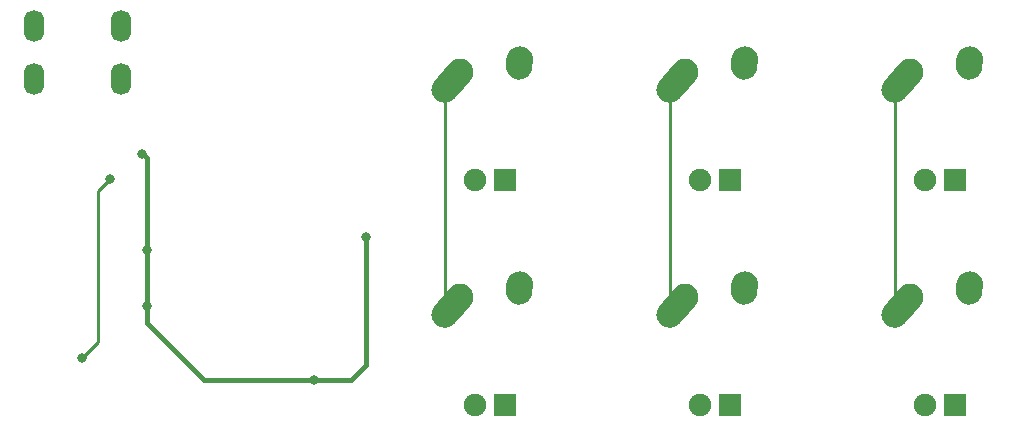
<source format=gtl>
G04 #@! TF.GenerationSoftware,KiCad,Pcbnew,(5.1.9)-1*
G04 #@! TF.CreationDate,2021-02-11T09:23:31-08:00*
G04 #@! TF.ProjectId,TestOne,54657374-4f6e-4652-9e6b-696361645f70,rev?*
G04 #@! TF.SameCoordinates,Original*
G04 #@! TF.FileFunction,Copper,L1,Top*
G04 #@! TF.FilePolarity,Positive*
%FSLAX46Y46*%
G04 Gerber Fmt 4.6, Leading zero omitted, Abs format (unit mm)*
G04 Created by KiCad (PCBNEW (5.1.9)-1) date 2021-02-11 09:23:31*
%MOMM*%
%LPD*%
G01*
G04 APERTURE LIST*
G04 #@! TA.AperFunction,ComponentPad*
%ADD10O,1.700000X2.700000*%
G04 #@! TD*
G04 #@! TA.AperFunction,ComponentPad*
%ADD11R,1.905000X1.905000*%
G04 #@! TD*
G04 #@! TA.AperFunction,ComponentPad*
%ADD12C,1.905000*%
G04 #@! TD*
G04 #@! TA.AperFunction,ComponentPad*
%ADD13C,2.250000*%
G04 #@! TD*
G04 #@! TA.AperFunction,ViaPad*
%ADD14C,0.800000*%
G04 #@! TD*
G04 #@! TA.AperFunction,Conductor*
%ADD15C,0.381000*%
G04 #@! TD*
G04 #@! TA.AperFunction,Conductor*
%ADD16C,0.254000*%
G04 #@! TD*
G04 APERTURE END LIST*
D10*
G04 #@! TO.P,USB1,6*
G04 #@! TO.N,Net-(USB1-Pad6)*
X148775400Y-28600400D03*
X156075400Y-28600400D03*
X156075400Y-33100400D03*
X148775400Y-33100400D03*
G04 #@! TD*
D11*
G04 #@! TO.P,MX6,4*
G04 #@! TO.N,N/C*
X226695000Y-60629800D03*
D12*
G04 #@! TO.P,MX6,3*
X224155000Y-60629800D03*
D13*
G04 #@! TO.P,MX6,1*
G04 #@! TO.N,COL2*
X222925000Y-51549800D03*
G04 #@! TA.AperFunction,ComponentPad*
G36*
G01*
X220863688Y-53847150D02*
X220863683Y-53847145D01*
G75*
G02*
X220777655Y-52258483I751317J837345D01*
G01*
X222087657Y-50798483D01*
G75*
G02*
X223676319Y-50712455I837345J-751317D01*
G01*
X223676319Y-50712455D01*
G75*
G02*
X223762347Y-52301117I-751317J-837345D01*
G01*
X222452345Y-53761117D01*
G75*
G02*
X220863683Y-53847145I-837345J751317D01*
G01*
G37*
G04 #@! TD.AperFunction*
G04 #@! TO.P,MX6,2*
G04 #@! TO.N,Net-(D6-Pad2)*
X227965000Y-50469800D03*
G04 #@! TA.AperFunction,ComponentPad*
G36*
G01*
X227848483Y-52172195D02*
X227847597Y-52172134D01*
G75*
G02*
X226802666Y-50972397I77403J1122334D01*
G01*
X226842666Y-50392397D01*
G75*
G02*
X228042403Y-49347466I1122334J-77403D01*
G01*
X228042403Y-49347466D01*
G75*
G02*
X229087334Y-50547203I-77403J-1122334D01*
G01*
X229047334Y-51127203D01*
G75*
G02*
X227847597Y-52172134I-1122334J77403D01*
G01*
G37*
G04 #@! TD.AperFunction*
G04 #@! TD*
D11*
G04 #@! TO.P,MX5,4*
G04 #@! TO.N,N/C*
X226695000Y-41579800D03*
D12*
G04 #@! TO.P,MX5,3*
X224155000Y-41579800D03*
D13*
G04 #@! TO.P,MX5,1*
G04 #@! TO.N,COL2*
X222925000Y-32499800D03*
G04 #@! TA.AperFunction,ComponentPad*
G36*
G01*
X220863688Y-34797150D02*
X220863683Y-34797145D01*
G75*
G02*
X220777655Y-33208483I751317J837345D01*
G01*
X222087657Y-31748483D01*
G75*
G02*
X223676319Y-31662455I837345J-751317D01*
G01*
X223676319Y-31662455D01*
G75*
G02*
X223762347Y-33251117I-751317J-837345D01*
G01*
X222452345Y-34711117D01*
G75*
G02*
X220863683Y-34797145I-837345J751317D01*
G01*
G37*
G04 #@! TD.AperFunction*
G04 #@! TO.P,MX5,2*
G04 #@! TO.N,Net-(D5-Pad2)*
X227965000Y-31419800D03*
G04 #@! TA.AperFunction,ComponentPad*
G36*
G01*
X227848483Y-33122195D02*
X227847597Y-33122134D01*
G75*
G02*
X226802666Y-31922397I77403J1122334D01*
G01*
X226842666Y-31342397D01*
G75*
G02*
X228042403Y-30297466I1122334J-77403D01*
G01*
X228042403Y-30297466D01*
G75*
G02*
X229087334Y-31497203I-77403J-1122334D01*
G01*
X229047334Y-32077203D01*
G75*
G02*
X227847597Y-33122134I-1122334J77403D01*
G01*
G37*
G04 #@! TD.AperFunction*
G04 #@! TD*
D11*
G04 #@! TO.P,MX4,4*
G04 #@! TO.N,N/C*
X207645000Y-60629800D03*
D12*
G04 #@! TO.P,MX4,3*
X205105000Y-60629800D03*
D13*
G04 #@! TO.P,MX4,1*
G04 #@! TO.N,COL1*
X203875000Y-51549800D03*
G04 #@! TA.AperFunction,ComponentPad*
G36*
G01*
X201813688Y-53847150D02*
X201813683Y-53847145D01*
G75*
G02*
X201727655Y-52258483I751317J837345D01*
G01*
X203037657Y-50798483D01*
G75*
G02*
X204626319Y-50712455I837345J-751317D01*
G01*
X204626319Y-50712455D01*
G75*
G02*
X204712347Y-52301117I-751317J-837345D01*
G01*
X203402345Y-53761117D01*
G75*
G02*
X201813683Y-53847145I-837345J751317D01*
G01*
G37*
G04 #@! TD.AperFunction*
G04 #@! TO.P,MX4,2*
G04 #@! TO.N,Net-(D4-Pad2)*
X208915000Y-50469800D03*
G04 #@! TA.AperFunction,ComponentPad*
G36*
G01*
X208798483Y-52172195D02*
X208797597Y-52172134D01*
G75*
G02*
X207752666Y-50972397I77403J1122334D01*
G01*
X207792666Y-50392397D01*
G75*
G02*
X208992403Y-49347466I1122334J-77403D01*
G01*
X208992403Y-49347466D01*
G75*
G02*
X210037334Y-50547203I-77403J-1122334D01*
G01*
X209997334Y-51127203D01*
G75*
G02*
X208797597Y-52172134I-1122334J77403D01*
G01*
G37*
G04 #@! TD.AperFunction*
G04 #@! TD*
D11*
G04 #@! TO.P,MX3,4*
G04 #@! TO.N,N/C*
X207645000Y-41579800D03*
D12*
G04 #@! TO.P,MX3,3*
X205105000Y-41579800D03*
D13*
G04 #@! TO.P,MX3,1*
G04 #@! TO.N,COL1*
X203875000Y-32499800D03*
G04 #@! TA.AperFunction,ComponentPad*
G36*
G01*
X201813688Y-34797150D02*
X201813683Y-34797145D01*
G75*
G02*
X201727655Y-33208483I751317J837345D01*
G01*
X203037657Y-31748483D01*
G75*
G02*
X204626319Y-31662455I837345J-751317D01*
G01*
X204626319Y-31662455D01*
G75*
G02*
X204712347Y-33251117I-751317J-837345D01*
G01*
X203402345Y-34711117D01*
G75*
G02*
X201813683Y-34797145I-837345J751317D01*
G01*
G37*
G04 #@! TD.AperFunction*
G04 #@! TO.P,MX3,2*
G04 #@! TO.N,Net-(D3-Pad2)*
X208915000Y-31419800D03*
G04 #@! TA.AperFunction,ComponentPad*
G36*
G01*
X208798483Y-33122195D02*
X208797597Y-33122134D01*
G75*
G02*
X207752666Y-31922397I77403J1122334D01*
G01*
X207792666Y-31342397D01*
G75*
G02*
X208992403Y-30297466I1122334J-77403D01*
G01*
X208992403Y-30297466D01*
G75*
G02*
X210037334Y-31497203I-77403J-1122334D01*
G01*
X209997334Y-32077203D01*
G75*
G02*
X208797597Y-33122134I-1122334J77403D01*
G01*
G37*
G04 #@! TD.AperFunction*
G04 #@! TD*
D11*
G04 #@! TO.P,MX2,4*
G04 #@! TO.N,N/C*
X188595000Y-60629800D03*
D12*
G04 #@! TO.P,MX2,3*
X186055000Y-60629800D03*
D13*
G04 #@! TO.P,MX2,1*
G04 #@! TO.N,COL0*
X184825000Y-51549800D03*
G04 #@! TA.AperFunction,ComponentPad*
G36*
G01*
X182763688Y-53847150D02*
X182763683Y-53847145D01*
G75*
G02*
X182677655Y-52258483I751317J837345D01*
G01*
X183987657Y-50798483D01*
G75*
G02*
X185576319Y-50712455I837345J-751317D01*
G01*
X185576319Y-50712455D01*
G75*
G02*
X185662347Y-52301117I-751317J-837345D01*
G01*
X184352345Y-53761117D01*
G75*
G02*
X182763683Y-53847145I-837345J751317D01*
G01*
G37*
G04 #@! TD.AperFunction*
G04 #@! TO.P,MX2,2*
G04 #@! TO.N,Net-(D2-Pad2)*
X189865000Y-50469800D03*
G04 #@! TA.AperFunction,ComponentPad*
G36*
G01*
X189748483Y-52172195D02*
X189747597Y-52172134D01*
G75*
G02*
X188702666Y-50972397I77403J1122334D01*
G01*
X188742666Y-50392397D01*
G75*
G02*
X189942403Y-49347466I1122334J-77403D01*
G01*
X189942403Y-49347466D01*
G75*
G02*
X190987334Y-50547203I-77403J-1122334D01*
G01*
X190947334Y-51127203D01*
G75*
G02*
X189747597Y-52172134I-1122334J77403D01*
G01*
G37*
G04 #@! TD.AperFunction*
G04 #@! TD*
D11*
G04 #@! TO.P,MX1,4*
G04 #@! TO.N,N/C*
X188595000Y-41579800D03*
D12*
G04 #@! TO.P,MX1,3*
X186055000Y-41579800D03*
D13*
G04 #@! TO.P,MX1,1*
G04 #@! TO.N,COL0*
X184825000Y-32499800D03*
G04 #@! TA.AperFunction,ComponentPad*
G36*
G01*
X182763688Y-34797150D02*
X182763683Y-34797145D01*
G75*
G02*
X182677655Y-33208483I751317J837345D01*
G01*
X183987657Y-31748483D01*
G75*
G02*
X185576319Y-31662455I837345J-751317D01*
G01*
X185576319Y-31662455D01*
G75*
G02*
X185662347Y-33251117I-751317J-837345D01*
G01*
X184352345Y-34711117D01*
G75*
G02*
X182763683Y-34797145I-837345J751317D01*
G01*
G37*
G04 #@! TD.AperFunction*
G04 #@! TO.P,MX1,2*
G04 #@! TO.N,Net-(D1-Pad2)*
X189865000Y-31419800D03*
G04 #@! TA.AperFunction,ComponentPad*
G36*
G01*
X189748483Y-33122195D02*
X189747597Y-33122134D01*
G75*
G02*
X188702666Y-31922397I77403J1122334D01*
G01*
X188742666Y-31342397D01*
G75*
G02*
X189942403Y-30297466I1122334J-77403D01*
G01*
X189942403Y-30297466D01*
G75*
G02*
X190987334Y-31497203I-77403J-1122334D01*
G01*
X190947334Y-32077203D01*
G75*
G02*
X189747597Y-33122134I-1122334J77403D01*
G01*
G37*
G04 #@! TD.AperFunction*
G04 #@! TD*
D14*
G04 #@! TO.N,+5V*
X176834800Y-46431200D03*
X172415200Y-58572400D03*
X157924500Y-39395400D03*
X158292800Y-47523400D03*
X158280100Y-52320750D03*
G04 #@! TO.N,Net-(R3-Pad2)*
X155143200Y-41503600D03*
X152806400Y-56642000D03*
G04 #@! TD*
D15*
G04 #@! TO.N,+5V*
X176834800Y-46431200D02*
X176834800Y-57099200D01*
X176834800Y-57099200D02*
X176834800Y-57302400D01*
X175564800Y-58572400D02*
X172415200Y-58572400D01*
X176834800Y-57302400D02*
X175564800Y-58572400D01*
X172415200Y-58572400D02*
X163118800Y-58572400D01*
X163118800Y-58572400D02*
X158292800Y-53746400D01*
X158292800Y-39725600D02*
X157937200Y-39370000D01*
X157937200Y-39382700D02*
X157924500Y-39395400D01*
X157937200Y-39370000D02*
X157937200Y-39382700D01*
X158292800Y-47523400D02*
X158292800Y-39725600D01*
X158292800Y-52308050D02*
X158280100Y-52320750D01*
X158292800Y-53746400D02*
X158292800Y-52133500D01*
X158292800Y-52133500D02*
X158292800Y-52308050D01*
X158292800Y-52133500D02*
X158292800Y-47523400D01*
D16*
G04 #@! TO.N,COL0*
X183515000Y-36353750D02*
X183515000Y-53009800D01*
X183515000Y-33959800D02*
X183515000Y-36353750D01*
G04 #@! TO.N,COL1*
X202565000Y-33959800D02*
X202565000Y-53009800D01*
G04 #@! TO.N,Net-(R3-Pad2)*
X155143200Y-41503600D02*
X154127200Y-42519600D01*
X154127200Y-42519600D02*
X154127200Y-55219600D01*
X154127200Y-55321200D02*
X152806400Y-56642000D01*
X154127200Y-55219600D02*
X154127200Y-55321200D01*
G04 #@! TO.N,COL2*
X221615000Y-36353750D02*
X221615000Y-53009800D01*
X221615000Y-33959800D02*
X221615000Y-36353750D01*
G04 #@! TD*
M02*

</source>
